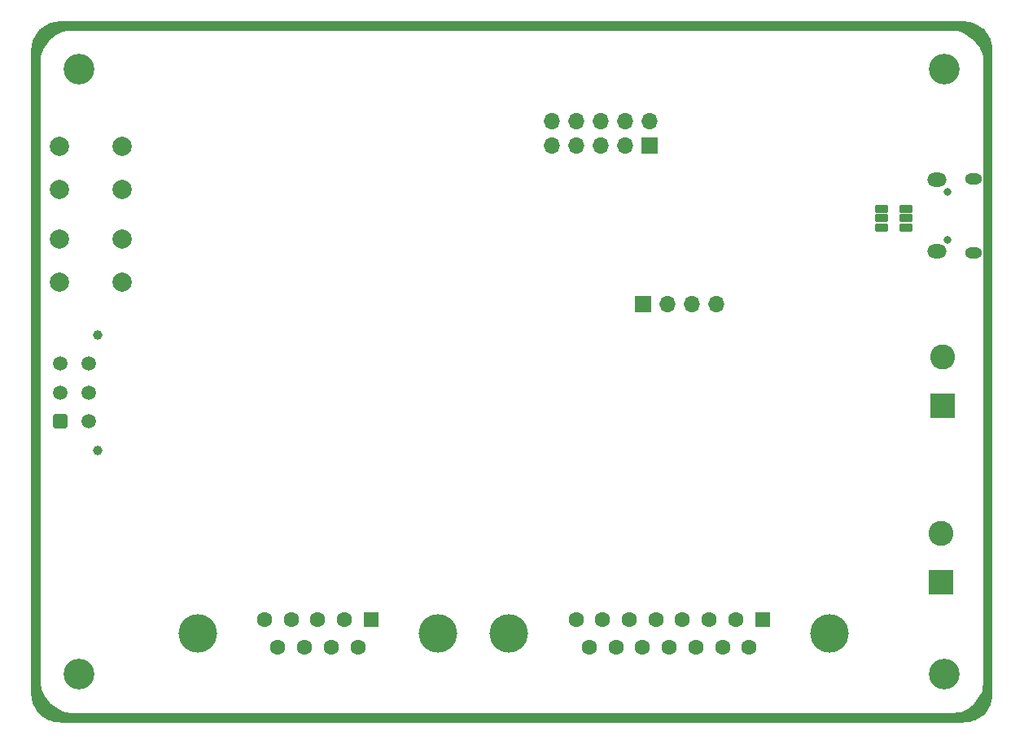
<source format=gbs>
G04 #@! TF.GenerationSoftware,KiCad,Pcbnew,7.0.9*
G04 #@! TF.CreationDate,2023-12-02T16:20:12-07:00*
G04 #@! TF.ProjectId,Fuel_Cell_Controller_Prototype,4675656c-5f43-4656-9c6c-5f436f6e7472,V1.0*
G04 #@! TF.SameCoordinates,Original*
G04 #@! TF.FileFunction,Soldermask,Bot*
G04 #@! TF.FilePolarity,Negative*
%FSLAX46Y46*%
G04 Gerber Fmt 4.6, Leading zero omitted, Abs format (unit mm)*
G04 Created by KiCad (PCBNEW 7.0.9) date 2023-12-02 16:20:12*
%MOMM*%
%LPD*%
G01*
G04 APERTURE LIST*
G04 Aperture macros list*
%AMRoundRect*
0 Rectangle with rounded corners*
0 $1 Rounding radius*
0 $2 $3 $4 $5 $6 $7 $8 $9 X,Y pos of 4 corners*
0 Add a 4 corners polygon primitive as box body*
4,1,4,$2,$3,$4,$5,$6,$7,$8,$9,$2,$3,0*
0 Add four circle primitives for the rounded corners*
1,1,$1+$1,$2,$3*
1,1,$1+$1,$4,$5*
1,1,$1+$1,$6,$7*
1,1,$1+$1,$8,$9*
0 Add four rect primitives between the rounded corners*
20,1,$1+$1,$2,$3,$4,$5,0*
20,1,$1+$1,$4,$5,$6,$7,0*
20,1,$1+$1,$6,$7,$8,$9,0*
20,1,$1+$1,$8,$9,$2,$3,0*%
G04 Aperture macros list end*
%ADD10C,0.150000*%
%ADD11C,3.200000*%
%ADD12C,2.000000*%
%ADD13R,2.600000X2.600000*%
%ADD14C,2.600000*%
%ADD15R,1.700000X1.700000*%
%ADD16O,1.700000X1.700000*%
%ADD17C,1.000000*%
%ADD18RoundRect,0.250001X0.499999X-0.499999X0.499999X0.499999X-0.499999X0.499999X-0.499999X-0.499999X0*%
%ADD19C,1.500000*%
%ADD20C,4.000000*%
%ADD21R,1.600000X1.600000*%
%ADD22C,1.600000*%
%ADD23O,0.800000X0.800000*%
%ADD24O,1.800000X1.150000*%
%ADD25O,2.000000X1.450000*%
%ADD26RoundRect,0.143300X-0.563700X-0.253700X0.563700X-0.253700X0.563700X0.253700X-0.563700X0.253700X0*%
G04 APERTURE END LIST*
D10*
X99867065Y-130926919D02*
G75*
G03*
X104067134Y-135126927I3697035J-502981D01*
G01*
X100925879Y-134068183D02*
X101867134Y-134726928D01*
X102267134Y-134926928D01*
X100067134Y-135126928D01*
X99867134Y-134926928D01*
X100067134Y-132926928D01*
X100925879Y-134068183D01*
G36*
X100925879Y-134068183D02*
G01*
X101867134Y-134726928D01*
X102267134Y-134926928D01*
X100067134Y-135126928D01*
X99867134Y-134926928D01*
X100067134Y-132926928D01*
X100925879Y-134068183D01*
G37*
X198200000Y-135000000D02*
X198000000Y-135200000D01*
X196000000Y-135000000D01*
X197141255Y-134141255D01*
X197800000Y-133200000D01*
X198000000Y-132800000D01*
X198200000Y-135000000D01*
G36*
X198200000Y-135000000D02*
G01*
X198000000Y-135200000D01*
X196000000Y-135000000D01*
X197141255Y-134141255D01*
X197800000Y-133200000D01*
X198000000Y-132800000D01*
X198200000Y-135000000D01*
G37*
X198200000Y-64034058D02*
X198000000Y-66034058D01*
X197141255Y-64892803D01*
X196200000Y-64234058D01*
X195800000Y-64034058D01*
X198000000Y-63834058D01*
X198200000Y-64034058D01*
G36*
X198200000Y-64034058D02*
G01*
X198000000Y-66034058D01*
X197141255Y-64892803D01*
X196200000Y-64234058D01*
X195800000Y-64034058D01*
X198000000Y-63834058D01*
X198200000Y-64034058D01*
G37*
X104034064Y-63799954D02*
G75*
G03*
X99834059Y-68000000I-502964J-3697046D01*
G01*
X198200046Y-68034064D02*
G75*
G03*
X194000000Y-63834059I-3697046J502964D01*
G01*
X102034058Y-64000000D02*
X100892803Y-64858745D01*
X100234058Y-65800000D01*
X100034058Y-66200000D01*
X99834058Y-64000000D01*
X100034058Y-63800000D01*
X102034058Y-64000000D01*
G36*
X102034058Y-64000000D02*
G01*
X100892803Y-64858745D01*
X100234058Y-65800000D01*
X100034058Y-66200000D01*
X99834058Y-64000000D01*
X100034058Y-63800000D01*
X102034058Y-64000000D01*
G37*
X194000000Y-135200000D02*
G75*
G03*
X198200000Y-131000000I503000J3697000D01*
G01*
D11*
X194000000Y-131000000D03*
X104000000Y-131000000D03*
D12*
X101974000Y-76020000D03*
X108474000Y-76020000D03*
X101974000Y-80520000D03*
X108474000Y-80520000D03*
D13*
X193802000Y-102997000D03*
D14*
X193802000Y-97917000D03*
D15*
X162636200Y-92431000D03*
D16*
X165176200Y-92431000D03*
X167716200Y-92431000D03*
X170256200Y-92431000D03*
D11*
X104000000Y-68000000D03*
X194000000Y-68000000D03*
D17*
X105926500Y-107653500D03*
X105926500Y-95653500D03*
D18*
X101986500Y-104653500D03*
D19*
X101986500Y-101653500D03*
X101986500Y-98653500D03*
X104986500Y-104653500D03*
X104986500Y-101653500D03*
X104986500Y-98653500D03*
D20*
X148710000Y-126750000D03*
X182010000Y-126750000D03*
D21*
X175055000Y-125330000D03*
D22*
X172285000Y-125330000D03*
X169515000Y-125330000D03*
X166745000Y-125330000D03*
X163975000Y-125330000D03*
X161205000Y-125330000D03*
X158435000Y-125330000D03*
X155665000Y-125330000D03*
X173670000Y-128170000D03*
X170900000Y-128170000D03*
X168130000Y-128170000D03*
X165360000Y-128170000D03*
X162590000Y-128170000D03*
X159820000Y-128170000D03*
X157050000Y-128170000D03*
D20*
X116314000Y-126750000D03*
X141314000Y-126750000D03*
D21*
X134354000Y-125330000D03*
D22*
X131584000Y-125330000D03*
X128814000Y-125330000D03*
X126044000Y-125330000D03*
X123274000Y-125330000D03*
X132969000Y-128170000D03*
X130199000Y-128170000D03*
X127429000Y-128170000D03*
X124659000Y-128170000D03*
D23*
X194272000Y-85747000D03*
X194272000Y-80747000D03*
D24*
X197022000Y-87122000D03*
D25*
X193222000Y-86972000D03*
X193222000Y-79522000D03*
D24*
X197022000Y-79372000D03*
D13*
X193599000Y-121417000D03*
D14*
X193599000Y-116337000D03*
D12*
X101974000Y-85672000D03*
X108474000Y-85672000D03*
X101974000Y-90172000D03*
X108474000Y-90172000D03*
D15*
X163322000Y-75946000D03*
D16*
X163322000Y-73406000D03*
X160782000Y-75946000D03*
X160782000Y-73406000D03*
X158242000Y-75946000D03*
X158242000Y-73406000D03*
X155702000Y-75946000D03*
X155702000Y-73406000D03*
X153162000Y-75946000D03*
X153162000Y-73406000D03*
D26*
X187467000Y-84451000D03*
X187467000Y-83501000D03*
X187467000Y-82551000D03*
X189977000Y-82551000D03*
X189977000Y-83501000D03*
X189977000Y-84451000D03*
G36*
X195999967Y-63001180D02*
G01*
X196084038Y-63004719D01*
X196167946Y-63009432D01*
X196333617Y-63023405D01*
X196337073Y-63023794D01*
X196500002Y-63046796D01*
X196503431Y-63047378D01*
X196664790Y-63079474D01*
X196668181Y-63080248D01*
X196827525Y-63121351D01*
X196830868Y-63122314D01*
X196987623Y-63172277D01*
X196990906Y-63173426D01*
X197144598Y-63232092D01*
X197147812Y-63233423D01*
X197298014Y-63300633D01*
X197301149Y-63302142D01*
X197447330Y-63377662D01*
X197450375Y-63379345D01*
X197592087Y-63462939D01*
X197595032Y-63464790D01*
X197733282Y-63557166D01*
X197799630Y-63604242D01*
X197867552Y-63655358D01*
X197870272Y-63657527D01*
X197923885Y-63702799D01*
X197943998Y-63724375D01*
X197967447Y-63756461D01*
X197988599Y-63803729D01*
X197997099Y-63843532D01*
X197995603Y-63901542D01*
X197994249Y-63906592D01*
X197957874Y-63966246D01*
X197906596Y-63994248D01*
X197900924Y-63995769D01*
X197868807Y-64000000D01*
X103000008Y-64000000D01*
X102664112Y-64018862D01*
X102664099Y-64018864D01*
X102332440Y-64075215D01*
X102332432Y-64075217D01*
X102009165Y-64168349D01*
X101834829Y-64240561D01*
X101787377Y-64250000D01*
X99825958Y-64250000D01*
X99758919Y-64230315D01*
X99713164Y-64177511D01*
X99703220Y-64108353D01*
X99731216Y-64046001D01*
X99765460Y-64005445D01*
X99767778Y-64002851D01*
X99880821Y-63883281D01*
X99883281Y-63880821D01*
X100002835Y-63767792D01*
X100005429Y-63765474D01*
X100131143Y-63659319D01*
X100133862Y-63657150D01*
X100265336Y-63558206D01*
X100268173Y-63556193D01*
X100404967Y-63464790D01*
X100407912Y-63462939D01*
X100549624Y-63379345D01*
X100552669Y-63377662D01*
X100698851Y-63302142D01*
X100701985Y-63300633D01*
X100852169Y-63233430D01*
X100855383Y-63232099D01*
X101009093Y-63173426D01*
X101012376Y-63172277D01*
X101169131Y-63122314D01*
X101172474Y-63121351D01*
X101331818Y-63080248D01*
X101335209Y-63079474D01*
X101496568Y-63047378D01*
X101499997Y-63046796D01*
X101662926Y-63023794D01*
X101666382Y-63023405D01*
X101832054Y-63009432D01*
X101915962Y-63004719D01*
X102000033Y-63001180D01*
X102084170Y-63000000D01*
X195915830Y-63000000D01*
X195999967Y-63001180D01*
G37*
G36*
X100178947Y-63713830D02*
G01*
X100231163Y-63760256D01*
X100250000Y-63825958D01*
X100250000Y-65787376D01*
X100240561Y-65834829D01*
X100168350Y-66009161D01*
X100075217Y-66332432D01*
X100075215Y-66332440D01*
X100018864Y-66664099D01*
X100018862Y-66664112D01*
X100000000Y-67000008D01*
X100000000Y-131999992D01*
X100018862Y-132335887D01*
X100018864Y-132335900D01*
X100075215Y-132667559D01*
X100075217Y-132667567D01*
X100168348Y-132990830D01*
X100240561Y-133165169D01*
X100250000Y-133212622D01*
X100250000Y-135174041D01*
X100230315Y-135241080D01*
X100177511Y-135286835D01*
X100108353Y-135296779D01*
X100046000Y-135268783D01*
X100005430Y-135234525D01*
X100002835Y-135232207D01*
X99883289Y-135119186D01*
X99880830Y-135116726D01*
X99767785Y-134997155D01*
X99765467Y-134994561D01*
X99659319Y-134868857D01*
X99657151Y-134866137D01*
X99558206Y-134734663D01*
X99556193Y-134731826D01*
X99464790Y-134595032D01*
X99462939Y-134592087D01*
X99379345Y-134450375D01*
X99377662Y-134447330D01*
X99302142Y-134301149D01*
X99300633Y-134298014D01*
X99233423Y-134147812D01*
X99232092Y-134144598D01*
X99173426Y-133990906D01*
X99172277Y-133987623D01*
X99122314Y-133830868D01*
X99121351Y-133827525D01*
X99080248Y-133668181D01*
X99079474Y-133664790D01*
X99047378Y-133503431D01*
X99046796Y-133500002D01*
X99023794Y-133337073D01*
X99023405Y-133333617D01*
X99009432Y-133167946D01*
X99004719Y-133084038D01*
X99001180Y-132999967D01*
X99000000Y-132915830D01*
X99000000Y-66084170D01*
X99001180Y-66000033D01*
X99004719Y-65915962D01*
X99009432Y-65832055D01*
X99023405Y-65666382D01*
X99023794Y-65662926D01*
X99046796Y-65499997D01*
X99047378Y-65496568D01*
X99079474Y-65335209D01*
X99080248Y-65331818D01*
X99121351Y-65172474D01*
X99122314Y-65169131D01*
X99172277Y-65012376D01*
X99173426Y-65009093D01*
X99232092Y-64855401D01*
X99233423Y-64852187D01*
X99300633Y-64701986D01*
X99302143Y-64698851D01*
X99377660Y-64552674D01*
X99379343Y-64549630D01*
X99462939Y-64407913D01*
X99464790Y-64404967D01*
X99556193Y-64268173D01*
X99558206Y-64265336D01*
X99657150Y-64133862D01*
X99659319Y-64131143D01*
X99765461Y-64005444D01*
X99767779Y-64002851D01*
X99880821Y-63883281D01*
X99883281Y-63880821D01*
X100002836Y-63767792D01*
X100005430Y-63765473D01*
X100046000Y-63731216D01*
X100109921Y-63703005D01*
X100178947Y-63713830D01*
G37*
G36*
X198196266Y-64011399D02*
G01*
X198243542Y-64032554D01*
X198275625Y-64056002D01*
X198297197Y-64076112D01*
X198342470Y-64129725D01*
X198344640Y-64132445D01*
X198395757Y-64200370D01*
X198442834Y-64266718D01*
X198535209Y-64404967D01*
X198537060Y-64407912D01*
X198620654Y-64549624D01*
X198622337Y-64552669D01*
X198697857Y-64698850D01*
X198699366Y-64701985D01*
X198766576Y-64852187D01*
X198767907Y-64855401D01*
X198826573Y-65009093D01*
X198827722Y-65012376D01*
X198877685Y-65169131D01*
X198878648Y-65172474D01*
X198919751Y-65331818D01*
X198920525Y-65335209D01*
X198952621Y-65496568D01*
X198953203Y-65499997D01*
X198976205Y-65662924D01*
X198976594Y-65666380D01*
X198990569Y-65832054D01*
X198995281Y-65915962D01*
X198998820Y-66000033D01*
X199000000Y-66084170D01*
X199000000Y-132915830D01*
X198998820Y-132999967D01*
X198995281Y-133084038D01*
X198990569Y-133167947D01*
X198976594Y-133333619D01*
X198976205Y-133337075D01*
X198953203Y-133500002D01*
X198952621Y-133503431D01*
X198920525Y-133664790D01*
X198919751Y-133668181D01*
X198878648Y-133827525D01*
X198877685Y-133830868D01*
X198827722Y-133987623D01*
X198826573Y-133990906D01*
X198767900Y-134144616D01*
X198766569Y-134147830D01*
X198699366Y-134298014D01*
X198697857Y-134301148D01*
X198622337Y-134447330D01*
X198620654Y-134450375D01*
X198537060Y-134592087D01*
X198535209Y-134595032D01*
X198443806Y-134731826D01*
X198441793Y-134734663D01*
X198342848Y-134866137D01*
X198340680Y-134868857D01*
X198234527Y-134994567D01*
X198232209Y-134997160D01*
X198119178Y-135116718D01*
X198116718Y-135119178D01*
X197997155Y-135232214D01*
X197994562Y-135234530D01*
X197954003Y-135268781D01*
X197890083Y-135296995D01*
X197821057Y-135286172D01*
X197768840Y-135239748D01*
X197750000Y-135174042D01*
X197750000Y-133212622D01*
X197759439Y-133165169D01*
X197831651Y-132990830D01*
X197924782Y-132667567D01*
X197924784Y-132667559D01*
X197981135Y-132335900D01*
X197981137Y-132335887D01*
X198000000Y-131999992D01*
X198000000Y-64131192D01*
X198004226Y-64099095D01*
X198005746Y-64093423D01*
X198042113Y-64033763D01*
X198093424Y-64005746D01*
X198098473Y-64004393D01*
X198156461Y-64002900D01*
X198196266Y-64011399D01*
G37*
G36*
X101834829Y-134759439D02*
G01*
X102009165Y-134831650D01*
X102332432Y-134924782D01*
X102332440Y-134924784D01*
X102664099Y-134981135D01*
X102664112Y-134981137D01*
X103000008Y-135000000D01*
X194999992Y-135000000D01*
X195335887Y-134981137D01*
X195335900Y-134981135D01*
X195667559Y-134924784D01*
X195667567Y-134924782D01*
X195990834Y-134831650D01*
X196165171Y-134759439D01*
X196212623Y-134750000D01*
X198174042Y-134750000D01*
X198241081Y-134769685D01*
X198286836Y-134822489D01*
X198296780Y-134891647D01*
X198268781Y-134954003D01*
X198234525Y-134994568D01*
X198232209Y-134997161D01*
X198119178Y-135116718D01*
X198116718Y-135119178D01*
X197997154Y-135232214D01*
X197994561Y-135234532D01*
X197868857Y-135340680D01*
X197866137Y-135342848D01*
X197734663Y-135441793D01*
X197731826Y-135443806D01*
X197595032Y-135535209D01*
X197592087Y-135537060D01*
X197450375Y-135620654D01*
X197447330Y-135622337D01*
X197301149Y-135697857D01*
X197298014Y-135699366D01*
X197147812Y-135766576D01*
X197144598Y-135767907D01*
X196990906Y-135826573D01*
X196987623Y-135827722D01*
X196830868Y-135877685D01*
X196827525Y-135878648D01*
X196668181Y-135919751D01*
X196664790Y-135920525D01*
X196503431Y-135952621D01*
X196500002Y-135953203D01*
X196337075Y-135976205D01*
X196333619Y-135976594D01*
X196167947Y-135990569D01*
X196084038Y-135995281D01*
X195999967Y-135998820D01*
X195915830Y-136000000D01*
X102084170Y-136000000D01*
X102000033Y-135998820D01*
X101915962Y-135995281D01*
X101832054Y-135990569D01*
X101666380Y-135976594D01*
X101662924Y-135976205D01*
X101499997Y-135953203D01*
X101496568Y-135952621D01*
X101335209Y-135920525D01*
X101331818Y-135919751D01*
X101172474Y-135878648D01*
X101169131Y-135877685D01*
X101012376Y-135827722D01*
X101009093Y-135826573D01*
X100855383Y-135767900D01*
X100852169Y-135766569D01*
X100701985Y-135699366D01*
X100698851Y-135697856D01*
X100552674Y-135622339D01*
X100549630Y-135620656D01*
X100407913Y-135537060D01*
X100404967Y-135535209D01*
X100268173Y-135443806D01*
X100265336Y-135441793D01*
X100133862Y-135342849D01*
X100131143Y-135340680D01*
X100005429Y-135234525D01*
X100002835Y-135232207D01*
X99883289Y-135119186D01*
X99880830Y-135116726D01*
X99767785Y-134997155D01*
X99765468Y-134994561D01*
X99731218Y-134954002D01*
X99703005Y-134890081D01*
X99713829Y-134821055D01*
X99760253Y-134768839D01*
X99825958Y-134750000D01*
X101787377Y-134750000D01*
X101834829Y-134759439D01*
G37*
M02*

</source>
